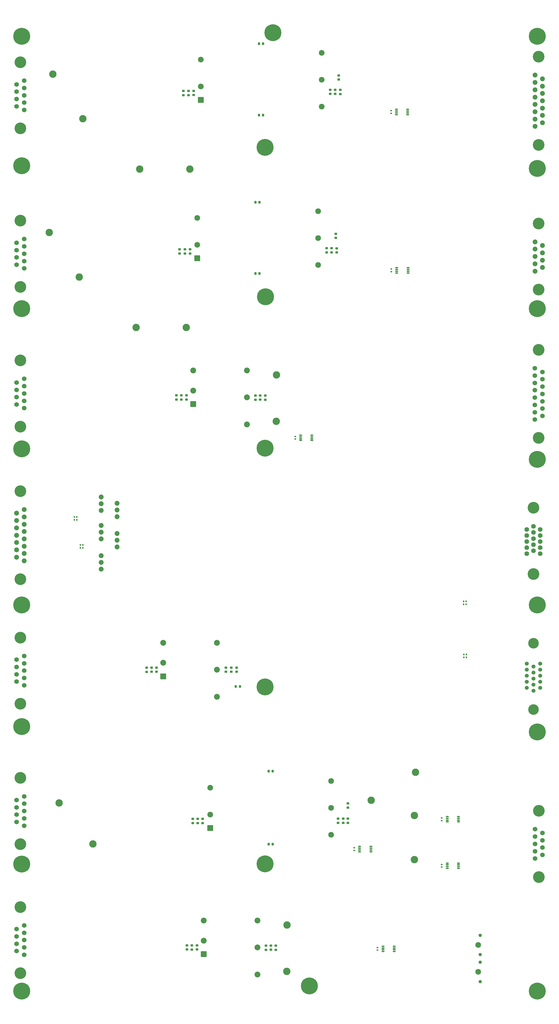
<source format=gbr>
%TF.GenerationSoftware,KiCad,Pcbnew,9.0.3*%
%TF.CreationDate,2025-09-16T14:08:45-04:00*%
%TF.ProjectId,11_CPU_PDU,31315f43-5055-45f5-9044-552e6b696361,rev?*%
%TF.SameCoordinates,Original*%
%TF.FileFunction,Soldermask,Bot*%
%TF.FilePolarity,Negative*%
%FSLAX46Y46*%
G04 Gerber Fmt 4.6, Leading zero omitted, Abs format (unit mm)*
G04 Created by KiCad (PCBNEW 9.0.3) date 2025-09-16 14:08:45*
%MOMM*%
%LPD*%
G01*
G04 APERTURE LIST*
G04 Aperture macros list*
%AMRoundRect*
0 Rectangle with rounded corners*
0 $1 Rounding radius*
0 $2 $3 $4 $5 $6 $7 $8 $9 X,Y pos of 4 corners*
0 Add a 4 corners polygon primitive as box body*
4,1,4,$2,$3,$4,$5,$6,$7,$8,$9,$2,$3,0*
0 Add four circle primitives for the rounded corners*
1,1,$1+$1,$2,$3*
1,1,$1+$1,$4,$5*
1,1,$1+$1,$6,$7*
1,1,$1+$1,$8,$9*
0 Add four rect primitives between the rounded corners*
20,1,$1+$1,$2,$3,$4,$5,0*
20,1,$1+$1,$4,$5,$6,$7,0*
20,1,$1+$1,$6,$7,$8,$9,0*
20,1,$1+$1,$8,$9,$2,$3,0*%
G04 Aperture macros list end*
%ADD10C,1.498600*%
%ADD11C,4.000000*%
%ADD12C,1.779000*%
%ADD13C,4.420000*%
%ADD14C,2.800000*%
%ADD15C,1.764000*%
%ADD16C,6.400000*%
%ADD17C,1.854000*%
%ADD18RoundRect,0.102000X-0.975000X-0.975000X0.975000X-0.975000X0.975000X0.975000X-0.975000X0.975000X0*%
%ADD19C,2.154000*%
%ADD20C,1.839000*%
%ADD21RoundRect,0.102000X1.000000X-1.000000X1.000000X1.000000X-1.000000X1.000000X-1.000000X-1.000000X0*%
%ADD22C,2.204000*%
%ADD23C,1.295400*%
%ADD24C,2.159000*%
%ADD25RoundRect,0.225000X-0.250000X0.225000X-0.250000X-0.225000X0.250000X-0.225000X0.250000X0.225000X0*%
%ADD26O,1.150000X0.449999*%
%ADD27RoundRect,0.140000X0.170000X-0.140000X0.170000X0.140000X-0.170000X0.140000X-0.170000X-0.140000X0*%
%ADD28RoundRect,0.200000X-0.200000X-0.275000X0.200000X-0.275000X0.200000X0.275000X-0.200000X0.275000X0*%
%ADD29RoundRect,0.140000X-0.140000X-0.170000X0.140000X-0.170000X0.140000X0.170000X-0.140000X0.170000X0*%
%ADD30RoundRect,0.140000X0.140000X0.170000X-0.140000X0.170000X-0.140000X-0.170000X0.140000X-0.170000X0*%
%ADD31RoundRect,0.225000X0.225000X0.250000X-0.225000X0.250000X-0.225000X-0.250000X0.225000X-0.250000X0*%
G04 APERTURE END LIST*
D10*
%TO.C,J15*%
X385970000Y-277329999D03*
X385970000Y-275039998D03*
X385970000Y-272749998D03*
X385970000Y-270460000D03*
X385970000Y-268169999D03*
X388510000Y-278469999D03*
X388510000Y-276179999D03*
X388510000Y-273889998D03*
X388510000Y-271600000D03*
X388510000Y-269310000D03*
X391050000Y-277329999D03*
X391050000Y-275039998D03*
X391050000Y-272749998D03*
X391050000Y-270460000D03*
X391050000Y-268169999D03*
D11*
X388510000Y-260509999D03*
X388510000Y-285510000D03*
%TD*%
D12*
%TO.C,J14*%
X385950000Y-217469000D03*
X385950000Y-219759000D03*
X385950000Y-222049000D03*
X385950000Y-224339000D03*
X385950000Y-226629000D03*
X388490000Y-216324000D03*
X388490000Y-218614000D03*
X388490000Y-220904000D03*
X388490000Y-223194000D03*
X388490000Y-225484000D03*
X391030000Y-217469000D03*
X391030000Y-219759000D03*
X391030000Y-222049000D03*
X391030000Y-224339000D03*
X391030000Y-226629000D03*
D13*
X388490000Y-234290000D03*
X388490000Y-209300000D03*
%TD*%
D14*
%TO.C,SEC_PWR3*%
X295245001Y-384520000D03*
%TD*%
D15*
%TO.C,J13*%
X195905001Y-367160000D03*
X195905001Y-369930000D03*
X195905001Y-372700000D03*
X195905001Y-375470000D03*
X195905001Y-378240000D03*
X193065001Y-368545000D03*
X193065001Y-371315000D03*
X193065001Y-374085000D03*
X193065001Y-376855000D03*
D13*
X194485001Y-360200000D03*
X194485001Y-385200000D03*
%TD*%
D16*
%TO.C,H4*%
X195000000Y-392000000D03*
%TD*%
D17*
%TO.C,J10*%
X225063200Y-210275000D03*
X225063200Y-207735000D03*
X225063200Y-205195000D03*
%TD*%
D14*
%TO.C,8.2V1*%
X343902501Y-309244999D03*
%TD*%
%TO.C,5V2*%
X291235001Y-176584999D03*
%TD*%
D18*
%TO.C,U3*%
X266297501Y-330324999D03*
D19*
X266297501Y-325244999D03*
X266297501Y-315084999D03*
X312017501Y-332864999D03*
X312017501Y-322704999D03*
X312017501Y-312544999D03*
%TD*%
D16*
%TO.C,H19*%
X290000000Y-29690000D03*
%TD*%
D20*
%TO.C,J7*%
X195905001Y-229340000D03*
X195905001Y-226570000D03*
X195905001Y-223800000D03*
X195905001Y-221030000D03*
X195905001Y-218260000D03*
X195905001Y-215490000D03*
X195905001Y-212720000D03*
X195905001Y-209950000D03*
X193065001Y-227955000D03*
X193065001Y-225185000D03*
X193065001Y-222415000D03*
X193065001Y-219645000D03*
X193065001Y-216875000D03*
X193065001Y-214105000D03*
X193065001Y-211335000D03*
D13*
X194485001Y-202995000D03*
X194485001Y-236295000D03*
%TD*%
D14*
%TO.C,SEC_RTN1*%
X206725001Y-45335000D03*
%TD*%
%TO.C,SEC_RTN2*%
X216715001Y-122055000D03*
%TD*%
D16*
%TO.C,H11*%
X390000000Y-294000000D03*
%TD*%
%TO.C,H10*%
X390000000Y-392000000D03*
%TD*%
D17*
%TO.C,J12*%
X231063200Y-224065000D03*
X231063200Y-221525000D03*
X231063200Y-218985000D03*
%TD*%
D21*
%TO.C,U23*%
X248505001Y-272989999D03*
D22*
X248505001Y-267889999D03*
X268805001Y-280689999D03*
X268805001Y-270489999D03*
X268805001Y-260289999D03*
X248505001Y-260289999D03*
%TD*%
D18*
%TO.C,U2*%
X261325001Y-114915000D03*
D19*
X261325001Y-109835000D03*
X261325001Y-99675000D03*
X307045001Y-117455000D03*
X307045001Y-107295000D03*
X307045001Y-97135000D03*
%TD*%
D16*
%TO.C,H20*%
X303760000Y-390000000D03*
%TD*%
%TO.C,H1*%
X195000000Y-31000000D03*
%TD*%
D17*
%TO.C,J11*%
X225063200Y-221035000D03*
X225063200Y-218495000D03*
X225063200Y-215955000D03*
%TD*%
D14*
%TO.C,5V1*%
X343522501Y-325554999D03*
%TD*%
D16*
%TO.C,H21*%
X287000000Y-186770000D03*
%TD*%
D20*
%TO.C,J18*%
X389080000Y-45725000D03*
X389080000Y-48495000D03*
X389080000Y-51265000D03*
X389080000Y-54035000D03*
X389080000Y-56805000D03*
X389080000Y-59575000D03*
X389080000Y-62345000D03*
X389080000Y-65115000D03*
X391920000Y-47110000D03*
X391920000Y-49880000D03*
X391920000Y-52650000D03*
X391920000Y-55420000D03*
X391920000Y-58190000D03*
X391920000Y-60960000D03*
X391920000Y-63730000D03*
D13*
X390500000Y-72070000D03*
X390500000Y-38770000D03*
%TD*%
D16*
%TO.C,H22*%
X287000000Y-343890000D03*
%TD*%
D17*
%TO.C,J9*%
X231063200Y-212645000D03*
X231063200Y-210105000D03*
X231063200Y-207565000D03*
%TD*%
D14*
%TO.C,8.2\u002C5\u002C3.3_RTN1*%
X327155001Y-319864999D03*
%TD*%
D16*
%TO.C,H15*%
X195000000Y-187000000D03*
%TD*%
D17*
%TO.C,J8*%
X225063200Y-232455000D03*
X225063200Y-229915000D03*
X225063200Y-227375000D03*
%TD*%
D15*
%TO.C,J3*%
X195905001Y-318370000D03*
X195905001Y-321140000D03*
X195905001Y-323910000D03*
X195905001Y-326680000D03*
X195905001Y-329450000D03*
X193065001Y-319755000D03*
X193065001Y-322525000D03*
X193065001Y-325295000D03*
X193065001Y-328065000D03*
D13*
X194485001Y-311410000D03*
X194485001Y-336410000D03*
%TD*%
D16*
%TO.C,H5*%
X195000000Y-344000000D03*
%TD*%
%TO.C,H18*%
X287190000Y-129530000D03*
%TD*%
D15*
%TO.C,J6*%
X389035000Y-175930000D03*
X389035000Y-173160000D03*
X389035000Y-170390000D03*
X389035000Y-167620000D03*
X389035000Y-164850000D03*
X389035000Y-162080000D03*
X389035000Y-159310000D03*
X389035000Y-156540000D03*
X391875000Y-174545000D03*
X391875000Y-171775000D03*
X391875000Y-169005000D03*
X391875000Y-166235000D03*
X391875000Y-163465000D03*
X391875000Y-160695000D03*
X391875000Y-157925000D03*
D13*
X390455000Y-182885000D03*
X390455000Y-149585000D03*
%TD*%
D16*
%TO.C,H8*%
X195000000Y-134000000D03*
%TD*%
%TO.C,H12*%
X390000000Y-246000000D03*
%TD*%
%TO.C,H3*%
X287000000Y-73000000D03*
%TD*%
%TO.C,H17*%
X195000000Y-246000000D03*
%TD*%
D15*
%TO.C,J2*%
X195905001Y-107700000D03*
X195905001Y-110470000D03*
X195905001Y-113240000D03*
X195905001Y-116010000D03*
X195905001Y-118780000D03*
X193065001Y-109085000D03*
X193065001Y-111855000D03*
X193065001Y-114625000D03*
X193065001Y-117395000D03*
D13*
X194485001Y-100740000D03*
X194485001Y-125740000D03*
%TD*%
D14*
%TO.C,SEC_PWR1*%
X218085001Y-62185000D03*
%TD*%
D15*
%TO.C,J16*%
X389110000Y-341880000D03*
X389110000Y-339110000D03*
X389110000Y-336340000D03*
X389110000Y-333570000D03*
X389110000Y-330800000D03*
X391950000Y-340495000D03*
X391950000Y-337725000D03*
X391950000Y-334955000D03*
X391950000Y-332185000D03*
D13*
X390530000Y-348840000D03*
X390530000Y-323840000D03*
%TD*%
D20*
%TO.C,J17*%
X389090000Y-108740000D03*
X389090000Y-111510000D03*
X389090000Y-114280000D03*
X389090000Y-117050000D03*
X389090000Y-119820000D03*
X391930000Y-110125000D03*
X391930000Y-112895000D03*
X391930000Y-115665000D03*
X391930000Y-118435000D03*
D13*
X390510000Y-126780000D03*
X390510000Y-101780000D03*
%TD*%
D23*
%TO.C,P2*%
X368340000Y-388400000D03*
X368340000Y-381080000D03*
D24*
X367580000Y-384730000D03*
%TD*%
D21*
%TO.C,U8*%
X263842501Y-377990000D03*
D22*
X263842501Y-372890000D03*
X284142501Y-385690000D03*
X284142501Y-375490000D03*
X284142501Y-365290000D03*
X263842501Y-365290000D03*
%TD*%
D14*
%TO.C,TP1*%
X205355001Y-105205000D03*
%TD*%
%TO.C,V_SEC_IN1*%
X221885001Y-336364999D03*
%TD*%
D16*
%TO.C,H6*%
X195000000Y-292000000D03*
%TD*%
%TO.C,H7*%
X390000000Y-31000000D03*
%TD*%
%TO.C,H16*%
X390000000Y-191000000D03*
%TD*%
%TO.C,H14*%
X390000000Y-81000000D03*
%TD*%
D15*
%TO.C,J1*%
X195905001Y-47830000D03*
X195905001Y-50600000D03*
X195905001Y-53370000D03*
X195905001Y-56140000D03*
X195905001Y-58910000D03*
X193065001Y-49215000D03*
X193065001Y-51985000D03*
X193065001Y-54755000D03*
X193065001Y-57525000D03*
D13*
X194485001Y-40870000D03*
X194485001Y-65870000D03*
%TD*%
D14*
%TO.C,TELEM_PWR1*%
X258595001Y-81255000D03*
%TD*%
%TO.C,SEC_PWR2*%
X257225001Y-141125000D03*
%TD*%
D15*
%TO.C,J5*%
X195905001Y-265294999D03*
X195905001Y-268064999D03*
X195905001Y-270834999D03*
X195905001Y-273604999D03*
X195905001Y-276374999D03*
X193065001Y-266679999D03*
X193065001Y-269449999D03*
X193065001Y-272219999D03*
X193065001Y-274989999D03*
D13*
X194485001Y-258334999D03*
X194485001Y-283334999D03*
%TD*%
D23*
%TO.C,P1*%
X368340000Y-378189600D03*
X368340000Y-370869600D03*
D24*
X367580000Y-374519600D03*
%TD*%
D16*
%TO.C,H2*%
X390000000Y-134000000D03*
%TD*%
D14*
%TO.C,TELEM_RTN1*%
X239625001Y-81245000D03*
%TD*%
%TO.C,5V_RTN1*%
X291315001Y-159085000D03*
%TD*%
D15*
%TO.C,J4*%
X195905001Y-160535000D03*
X195905001Y-163305000D03*
X195905001Y-166075000D03*
X195905001Y-168845000D03*
X195905001Y-171615000D03*
X193065001Y-161920000D03*
X193065001Y-164690000D03*
X193065001Y-167460000D03*
X193065001Y-170230000D03*
D13*
X194485001Y-153575000D03*
X194485001Y-178575000D03*
%TD*%
D14*
%TO.C,3.3V1*%
X343474001Y-342274999D03*
%TD*%
D18*
%TO.C,U1*%
X262695001Y-55045000D03*
D19*
X262695001Y-49965000D03*
X262695001Y-39805000D03*
X308415001Y-57585000D03*
X308415001Y-47425000D03*
X308415001Y-37265000D03*
%TD*%
D16*
%TO.C,H13*%
X195000000Y-80000000D03*
%TD*%
D14*
%TO.C,V_SEC_RTN1*%
X209135001Y-320864999D03*
%TD*%
%TO.C,SEC_RTN4*%
X295325001Y-367020000D03*
%TD*%
D21*
%TO.C,U7*%
X259832501Y-170055000D03*
D22*
X259832501Y-164955000D03*
X280132501Y-177755000D03*
X280132501Y-167555000D03*
X280132501Y-157355000D03*
X259832501Y-157355000D03*
%TD*%
D16*
%TO.C,H9*%
X287000000Y-277000000D03*
%TD*%
D14*
%TO.C,SEC_RTN3*%
X238255001Y-141115000D03*
%TD*%
D25*
%TO.C,C50*%
X285165001Y-166859999D03*
X285165001Y-168409999D03*
%TD*%
D26*
%TO.C,U17*%
X335842501Y-375030001D03*
X335842501Y-375680002D03*
X335842501Y-376330001D03*
X335842501Y-376980002D03*
X331592501Y-376980002D03*
X331592501Y-376330001D03*
X331592501Y-375680002D03*
X331592501Y-375030001D03*
%TD*%
D27*
%TO.C,C129*%
X329527501Y-376495000D03*
X329527501Y-375535000D03*
%TD*%
D28*
%TO.C,R112*%
X275910001Y-276799999D03*
X277560001Y-276799999D03*
%TD*%
D25*
%TO.C,C9*%
X258055001Y-51720000D03*
X258055001Y-53270000D03*
%TD*%
%TO.C,C20*%
X310255001Y-111150000D03*
X310255001Y-112700000D03*
%TD*%
D27*
%TO.C,C126*%
X353845001Y-327515000D03*
X353845001Y-326555000D03*
%TD*%
D29*
%TO.C,C84*%
X362115850Y-245729999D03*
X363075850Y-245729999D03*
%TD*%
D30*
%TO.C,C110*%
X215823200Y-213875000D03*
X214863200Y-213875000D03*
%TD*%
D25*
%TO.C,C32*%
X316535001Y-326809999D03*
X316535001Y-328359999D03*
%TD*%
D27*
%TO.C,C123*%
X334645001Y-60145000D03*
X334645001Y-59185000D03*
%TD*%
D29*
%TO.C,C95*%
X362190000Y-264679999D03*
X363150000Y-264679999D03*
%TD*%
D25*
%TO.C,C59*%
X291085001Y-374815000D03*
X291085001Y-376365000D03*
%TD*%
%TO.C,C6*%
X313505001Y-51290000D03*
X313505001Y-52840000D03*
%TD*%
D26*
%TO.C,U16*%
X304725000Y-181845001D03*
X304725000Y-182495002D03*
X304725000Y-183145001D03*
X304725000Y-183795002D03*
X300475000Y-183795002D03*
X300475000Y-183145001D03*
X300475000Y-182495002D03*
X300475000Y-181845001D03*
%TD*%
D25*
%TO.C,C10*%
X256065001Y-51720000D03*
X256065001Y-53270000D03*
%TD*%
D27*
%TO.C,C125*%
X320705001Y-338785000D03*
X320705001Y-337825000D03*
%TD*%
D25*
%TO.C,C54*%
X257282501Y-166780000D03*
X257282501Y-168330000D03*
%TD*%
%TO.C,C19*%
X312135001Y-111160000D03*
X312135001Y-112710000D03*
%TD*%
%TO.C,C116*%
X274205001Y-269704999D03*
X274205001Y-271254999D03*
%TD*%
%TO.C,C49*%
X287075001Y-166879999D03*
X287075001Y-168429999D03*
%TD*%
%TO.C,C119*%
X242205001Y-269744999D03*
X242205001Y-271294999D03*
%TD*%
D26*
%TO.C,U14*%
X360160001Y-326050001D03*
X360160001Y-326700002D03*
X360160001Y-327350001D03*
X360160001Y-328000002D03*
X355910001Y-328000002D03*
X355910001Y-327350001D03*
X355910001Y-326700002D03*
X355910001Y-326050001D03*
%TD*%
D25*
%TO.C,C34*%
X263365001Y-326889999D03*
X263365001Y-328439999D03*
%TD*%
D27*
%TO.C,C124*%
X334755001Y-120005000D03*
X334755001Y-119045000D03*
%TD*%
D26*
%TO.C,U13*%
X327020001Y-337320001D03*
X327020001Y-337970002D03*
X327020001Y-338620001D03*
X327020001Y-339270002D03*
X322770001Y-339270002D03*
X322770001Y-338620001D03*
X322770001Y-337970002D03*
X322770001Y-337320001D03*
%TD*%
D25*
%TO.C,C7*%
X311625001Y-51280000D03*
X311625001Y-52830000D03*
%TD*%
D30*
%TO.C,C121*%
X218123200Y-224415000D03*
X217163200Y-224415000D03*
%TD*%
D26*
%TO.C,U11*%
X340960001Y-58680001D03*
X340960001Y-59330002D03*
X340960001Y-59980001D03*
X340960001Y-60630002D03*
X336710001Y-60630002D03*
X336710001Y-59980001D03*
X336710001Y-59330002D03*
X336710001Y-58680001D03*
%TD*%
%TO.C,U12*%
X341070001Y-118540001D03*
X341070001Y-119190002D03*
X341070001Y-119840001D03*
X341070001Y-120490002D03*
X336820001Y-120490002D03*
X336820001Y-119840001D03*
X336820001Y-119190002D03*
X336820001Y-118540001D03*
%TD*%
D25*
%TO.C,C26*%
X313785001Y-105700000D03*
X313785001Y-107250000D03*
%TD*%
%TO.C,C35*%
X261555001Y-326889999D03*
X261555001Y-328439999D03*
%TD*%
%TO.C,C53*%
X255305001Y-166790000D03*
X255305001Y-168340000D03*
%TD*%
D26*
%TO.C,U15*%
X360162501Y-343590001D03*
X360162501Y-344240002D03*
X360162501Y-344890001D03*
X360162501Y-345540002D03*
X355912501Y-345540002D03*
X355912501Y-344890001D03*
X355912501Y-344240002D03*
X355912501Y-343590001D03*
%TD*%
D25*
%TO.C,C60*%
X289175001Y-374795000D03*
X289175001Y-376345000D03*
%TD*%
%TO.C,C64*%
X261292501Y-374715000D03*
X261292501Y-376265000D03*
%TD*%
%TO.C,C23*%
X254695001Y-111590000D03*
X254695001Y-113140000D03*
%TD*%
D30*
%TO.C,C109*%
X215803200Y-212705000D03*
X214843200Y-212705000D03*
%TD*%
D27*
%TO.C,C128*%
X298410000Y-183310000D03*
X298410000Y-182350000D03*
%TD*%
D31*
%TO.C,C14*%
X284920001Y-120715000D03*
X283370001Y-120715000D03*
%TD*%
D25*
%TO.C,C8*%
X260005001Y-51710000D03*
X260005001Y-53260000D03*
%TD*%
D31*
%TO.C,C25*%
X284920001Y-93735000D03*
X283370001Y-93735000D03*
%TD*%
D25*
%TO.C,C18*%
X314105001Y-111180000D03*
X314105001Y-112730000D03*
%TD*%
D29*
%TO.C,C94*%
X362190000Y-265779999D03*
X363150000Y-265779999D03*
%TD*%
D25*
%TO.C,C39*%
X318335001Y-321049999D03*
X318335001Y-322599999D03*
%TD*%
%TO.C,C117*%
X245915001Y-269724999D03*
X245915001Y-271274999D03*
%TD*%
D29*
%TO.C,C85*%
X362115850Y-244629999D03*
X363075850Y-244629999D03*
%TD*%
D31*
%TO.C,C38*%
X289890001Y-308844999D03*
X288340001Y-308844999D03*
%TD*%
D25*
%TO.C,C5*%
X315475001Y-51310000D03*
X315475001Y-52860000D03*
%TD*%
%TO.C,C62*%
X257465001Y-374715000D03*
X257465001Y-376265000D03*
%TD*%
%TO.C,C118*%
X244095001Y-269724999D03*
X244095001Y-271274999D03*
%TD*%
%TO.C,C51*%
X283355001Y-166869999D03*
X283355001Y-168419999D03*
%TD*%
D30*
%TO.C,C122*%
X218113200Y-223295000D03*
X217153200Y-223295000D03*
%TD*%
D31*
%TO.C,C12*%
X286290001Y-33865000D03*
X284740001Y-33865000D03*
%TD*%
D25*
%TO.C,C22*%
X256685001Y-111590000D03*
X256685001Y-113140000D03*
%TD*%
%TO.C,C33*%
X314635001Y-326814999D03*
X314635001Y-328364999D03*
%TD*%
%TO.C,C114*%
X272195001Y-269704999D03*
X272195001Y-271254999D03*
%TD*%
%TO.C,C21*%
X258635001Y-111580000D03*
X258635001Y-113130000D03*
%TD*%
D31*
%TO.C,C1*%
X286290001Y-60845000D03*
X284740001Y-60845000D03*
%TD*%
D25*
%TO.C,C13*%
X314845001Y-45860000D03*
X314845001Y-47410000D03*
%TD*%
%TO.C,C115*%
X276255001Y-269714999D03*
X276255001Y-271264999D03*
%TD*%
%TO.C,C36*%
X259685001Y-326889999D03*
X259685001Y-328439999D03*
%TD*%
%TO.C,C31*%
X318325001Y-326809999D03*
X318325001Y-328359999D03*
%TD*%
%TO.C,C63*%
X259315001Y-374725000D03*
X259315001Y-376275000D03*
%TD*%
%TO.C,C52*%
X253455001Y-166780000D03*
X253455001Y-168330000D03*
%TD*%
%TO.C,C61*%
X287365001Y-374805000D03*
X287365001Y-376355000D03*
%TD*%
D27*
%TO.C,C127*%
X353847501Y-345055000D03*
X353847501Y-344095000D03*
%TD*%
D31*
%TO.C,C27*%
X289920001Y-336414999D03*
X288370001Y-336414999D03*
%TD*%
M02*

</source>
